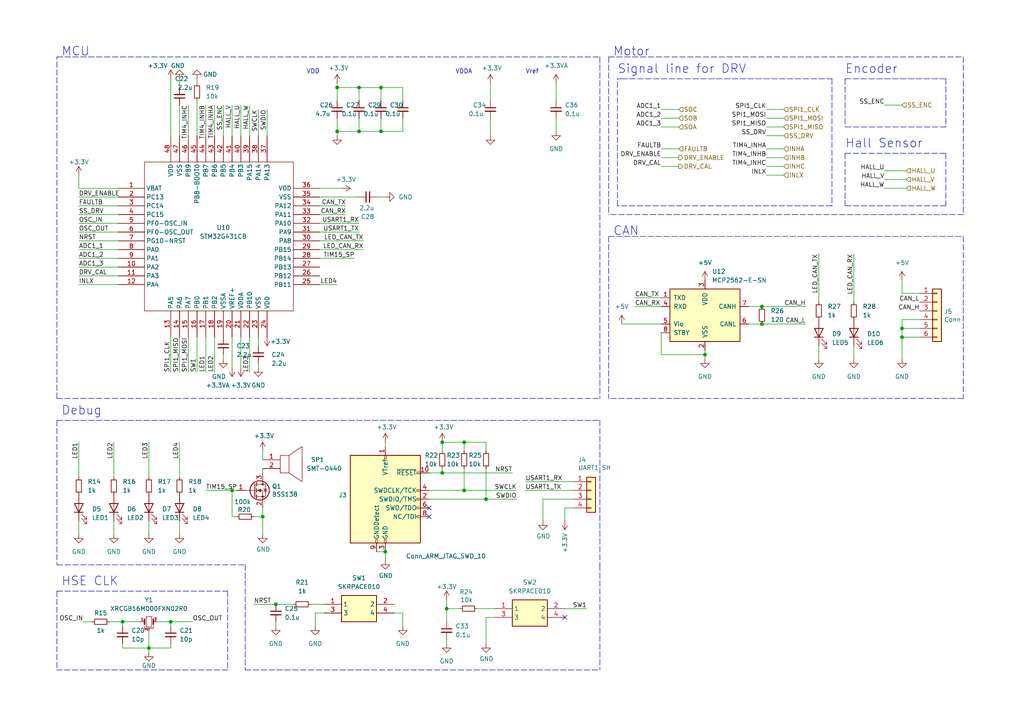
<source format=kicad_sch>
(kicad_sch (version 20211123) (generator eeschema)
  (paper "A4")
  (lib_symbols
    (symbol "Connector:Conn_ARM_JTAG_SWD_10" (pin_names (offset 1.016))
      (property "Reference" "J" (at -2.54 16.51 0))
      (property "Value" "Conn_ARM_JTAG_SWD_10" (at -2.54 13.97 0))
      (symbol "Conn_ARM_JTAG_SWD_10_0_1"
        (rectangle (start -10.16 12.7) (end 10.16 -12.7) (stroke (width 0.254)) (fill (type background)))
        (rectangle (start -2.794 -12.7) (end -2.286 -11.684))
        (rectangle (start -0.254 -12.7) (end 0.254 -11.684))
        (rectangle (start -0.254 12.7) (end 0.254 11.684))
        (rectangle (start 9.144 2.286) (end 10.16 2.794))
        (rectangle (start 10.16 -2.794) (end 9.144 -2.286))
        (rectangle (start 10.16 -0.254) (end 9.144 0.254))
        (rectangle (start 10.16 7.874) (end 9.144 7.366))
      )
      (symbol "Conn_ARM_JTAG_SWD_10_1_1"
        (rectangle (start 9.144 -5.334) (end 10.16 -4.826))
        (pin power_in line (at 0 15.24 270) (length 2.54) (name "VTref") (number "1"))
        (pin open_collector line (at 12.7 7.62 180) (length 2.54) (name "~{RESET}") (number "10"))
        (pin bidirectional line (at 12.7 0 180) (length 2.54) (name "SWDIO/TMS") (number "2"))
        (pin power_in line (at 0 -15.24 90) (length 2.54) (name "GND") (number "3"))
        (pin output line (at 12.7 2.54 180) (length 2.54) (name "SWDCLK/TCK") (number "4"))
        (pin passive line (at 0 -15.24 90) (length 2.54) hide (name "GND") (number "5"))
        (pin input line (at 12.7 -2.54 180) (length 2.54) (name "SWO/TDO") (number "6"))
        (pin no_connect line (at -10.16 0 0) (length 2.54) hide (name "KEY") (number "7"))
        (pin output line (at 12.7 -5.08 180) (length 2.54) (name "NC/TDI") (number "8"))
        (pin passive line (at -2.54 -15.24 90) (length 2.54) (name "GNDDetect") (number "9"))
      )
    )
    (symbol "Connector_Generic:Conn_01x04" (pin_names (offset 1.016) hide)
      (property "Reference" "J" (at 0 5.08 0))
      (property "Value" "Conn_01x04" (at 0 -7.62 0))
      (symbol "Conn_01x04_1_1"
        (rectangle (start -1.27 -4.953) (end 0 -5.207) (stroke (width 0.1524)))
        (rectangle (start -1.27 -2.413) (end 0 -2.667) (stroke (width 0.1524)))
        (rectangle (start -1.27 0.127) (end 0 -0.127) (stroke (width 0.1524)))
        (rectangle (start -1.27 2.667) (end 0 2.413) (stroke (width 0.1524)))
        (rectangle (start -1.27 3.81) (end 1.27 -6.35) (stroke (width 0.254)) (fill (type background)))
        (pin passive line (at -5.08 2.54 0) (length 3.81) (name "Pin_1") (number "1"))
        (pin passive line (at -5.08 0 0) (length 3.81) (name "Pin_2") (number "2"))
        (pin passive line (at -5.08 -2.54 0) (length 3.81) (name "Pin_3") (number "3"))
        (pin passive line (at -5.08 -5.08 0) (length 3.81) (name "Pin_4") (number "4"))
      )
    )
    (symbol "Connector_Generic:Conn_01x06" (pin_names (offset 1.016) hide)
      (property "Reference" "J" (at 0 7.62 0))
      (property "Value" "Conn_01x06" (at 0 -10.16 0))
      (symbol "Conn_01x06_1_1"
        (rectangle (start -1.27 -7.493) (end 0 -7.747) (stroke (width 0.1524)))
        (rectangle (start -1.27 -4.953) (end 0 -5.207) (stroke (width 0.1524)))
        (rectangle (start -1.27 -2.413) (end 0 -2.667) (stroke (width 0.1524)))
        (rectangle (start -1.27 0.127) (end 0 -0.127) (stroke (width 0.1524)))
        (rectangle (start -1.27 2.667) (end 0 2.413) (stroke (width 0.1524)))
        (rectangle (start -1.27 5.207) (end 0 4.953) (stroke (width 0.1524)))
        (rectangle (start -1.27 6.35) (end 1.27 -8.89) (stroke (width 0.254)) (fill (type background)))
        (pin passive line (at -5.08 5.08 0) (length 3.81) (name "Pin_1") (number "1"))
        (pin passive line (at -5.08 2.54 0) (length 3.81) (name "Pin_2") (number "2"))
        (pin passive line (at -5.08 0 0) (length 3.81) (name "Pin_3") (number "3"))
        (pin passive line (at -5.08 -2.54 0) (length 3.81) (name "Pin_4") (number "4"))
        (pin passive line (at -5.08 -5.08 0) (length 3.81) (name "Pin_5") (number "5"))
        (pin passive line (at -5.08 -7.62 0) (length 3.81) (name "Pin_6") (number "6"))
      )
    )
    (symbol "Device:C_Small" (pin_numbers hide) (pin_names (offset 0.254) hide)
      (property "Reference" "C" (at 0.254 1.778 0))
      (property "Value" "C_Small" (at 0.254 -2.032 0))
      (symbol "C_Small_0_1"
        (polyline (pts (xy -1.524 -0.508) (xy 1.524 -0.508)) (stroke (width 0.3302)))
        (polyline (pts (xy -1.524 0.508) (xy 1.524 0.508)) (stroke (width 0.3048)))
      )
      (symbol "C_Small_1_1"
        (pin passive line (at 0 2.54 270) (length 2.032) (name "~") (number "1"))
        (pin passive line (at 0 -2.54 90) (length 2.032) (name "~") (number "2"))
      )
    )
    (symbol "Device:Crystal_GND2_Small" (pin_names (offset 1.016) hide)
      (property "Reference" "Y" (at 0 5.08 0))
      (property "Value" "Crystal_GND2_Small" (at 0 3.175 0))
      (symbol "Crystal_GND2_Small_0_1"
        (rectangle (start -0.762 -1.524) (end 0.762 1.524))
        (polyline (pts (xy -1.27 -0.762) (xy -1.27 0.762)) (stroke (width 0.381)))
        (polyline (pts (xy 1.27 -0.762) (xy 1.27 0.762)) (stroke (width 0.381)))
        (polyline (pts (xy -1.27 -1.27) (xy -1.27 -1.905) (xy 1.27 -1.905) (xy 1.27 -1.27)))
      )
      (symbol "Crystal_GND2_Small_1_1"
        (pin passive line (at -2.54 0 0) (length 1.27) (name "1") (number "1"))
        (pin passive line (at 0 -2.54 90) (length 0.635) (name "2") (number "2"))
        (pin passive line (at 2.54 0 180) (length 1.27) (name "3") (number "3"))
      )
    )
    (symbol "Device:LED" (pin_numbers hide) (pin_names (offset 1.016) hide)
      (property "Reference" "D" (at 0 2.54 0))
      (property "Value" "LED" (at 0 -2.54 0))
      (symbol "LED_0_1"
        (polyline (pts (xy -1.27 -1.27) (xy -1.27 1.27)) (stroke (width 0.254)))
        (polyline (pts (xy -1.27 0) (xy 1.27 0)))
        (polyline (pts (xy 1.27 -1.27) (xy 1.27 1.27) (xy -1.27 0) (xy 1.27 -1.27)) (stroke (width 0.254)))
        (polyline (pts (xy -3.048 -0.762) (xy -4.572 -2.286) (xy -3.81 -2.286) (xy -4.572 -2.286) (xy -4.572 -1.524)))
        (polyline (pts (xy -1.778 -0.762) (xy -3.302 -2.286) (xy -2.54 -2.286) (xy -3.302 -2.286) (xy -3.302 -1.524)))
      )
      (symbol "LED_1_1"
        (pin passive line (at -3.81 0 0) (length 2.54) (name "K") (number "1"))
        (pin passive line (at 3.81 0 180) (length 2.54) (name "A") (number "2"))
      )
    )
    (symbol "Device:R_Small" (pin_numbers hide) (pin_names (offset 0.254) hide)
      (property "Reference" "R" (at 0.762 0.508 0))
      (property "Value" "R_Small" (at 0.762 -1.016 0))
      (symbol "R_Small_0_1"
        (rectangle (start -0.762 1.778) (end 0.762 -1.778) (stroke (width 0.2032)))
      )
      (symbol "R_Small_1_1"
        (pin passive line (at 0 2.54 270) (length 0.762) (name "~") (number "1"))
        (pin passive line (at 0 -2.54 90) (length 0.762) (name "~") (number "2"))
      )
    )
    (symbol "Interface_CAN_LIN:MCP2562-E-SN" (pin_names (offset 1.016))
      (property "Reference" "U" (at -10.16 8.89 0))
      (property "Value" "MCP2562-E-SN" (at 2.54 8.89 0))
      (symbol "MCP2562-E-SN_0_1"
        (rectangle (start -10.16 7.62) (end 10.16 -7.62) (stroke (width 0.254)) (fill (type background)))
      )
      (symbol "MCP2562-E-SN_1_1"
        (pin input line (at -12.7 5.08 0) (length 2.54) (name "TXD") (number "1"))
        (pin power_in line (at 0 -10.16 90) (length 2.54) (name "VSS") (number "2"))
        (pin power_in line (at 0 10.16 270) (length 2.54) (name "VDD") (number "3"))
        (pin output line (at -12.7 2.54 0) (length 2.54) (name "RXD") (number "4"))
        (pin power_in line (at -12.7 -2.54 0) (length 2.54) (name "Vio") (number "5"))
        (pin bidirectional line (at 12.7 -2.54 180) (length 2.54) (name "CANL") (number "6"))
        (pin bidirectional line (at 12.7 2.54 180) (length 2.54) (name "CANH") (number "7"))
        (pin input line (at -12.7 -5.08 0) (length 2.54) (name "STBY") (number "8"))
      )
    )
    (symbol "My_Device:SMT-0440" (pin_names (offset 1.016))
      (property "Reference" "BUZ1" (at 3.81 5.08 0))
      (property "Value" "My_Device_SMT-0440" (at 3.81 -8.89 0))
      (symbol "SMT-0440_0_1"
        (polyline (pts (xy 2.54 0) (xy 6.35 2.54) (xy 6.35 -7.62) (xy 2.54 -5.08)))
        (rectangle (start 0 0) (end 2.54 -5.08))
      )
      (symbol "SMT-0440_1_1"
        (pin input line (at -5.08 -1.27 0) (length 5.08) (name "~") (number "1"))
        (pin input line (at -5.08 -3.81 0) (length 5.08) (name "~") (number "2"))
      )
    )
    (symbol "Transistor_FET:BSS138" (pin_names hide)
      (property "Reference" "Q" (at 5.08 1.905 0))
      (property "Value" "BSS138" (at 5.08 0 0))
      (symbol "BSS138_0_1"
        (polyline (pts (xy 0.254 0) (xy -2.54 0)))
        (polyline (pts (xy 0.254 1.905) (xy 0.254 -1.905)) (stroke (width 0.254)))
        (polyline (pts (xy 0.762 -1.27) (xy 0.762 -2.286)) (stroke (width 0.254)))
        (polyline (pts (xy 0.762 0.508) (xy 0.762 -0.508)) (stroke (width 0.254)))
        (polyline (pts (xy 0.762 2.286) (xy 0.762 1.27)) (stroke (width 0.254)))
        (polyline (pts (xy 2.54 2.54) (xy 2.54 1.778)))
        (polyline (pts (xy 2.54 -2.54) (xy 2.54 0) (xy 0.762 0)))
        (polyline (pts (xy 0.762 -1.778) (xy 3.302 -1.778) (xy 3.302 1.778) (xy 0.762 1.778)))
        (polyline (pts (xy 1.016 0) (xy 2.032 0.381) (xy 2.032 -0.381) (xy 1.016 0)) (fill (type outline)))
        (polyline (pts (xy 2.794 0.508) (xy 2.921 0.381) (xy 3.683 0.381) (xy 3.81 0.254)))
        (polyline (pts (xy 3.302 0.381) (xy 2.921 -0.254) (xy 3.683 -0.254) (xy 3.302 0.381)))
        (circle (center 1.651 0) (radius 2.794) (stroke (width 0.254)))
        (circle (center 2.54 -1.778) (radius 0.254) (fill (type outline)))
        (circle (center 2.54 1.778) (radius 0.254) (fill (type outline)))
      )
      (symbol "BSS138_1_1"
        (pin input line (at -5.08 0 0) (length 2.54) (name "G") (number "1"))
        (pin passive line (at 2.54 -5.08 90) (length 2.54) (name "S") (number "2"))
        (pin passive line (at 2.54 5.08 270) (length 2.54) (name "D") (number "3"))
      )
    )
    (symbol "bldc_lib:SKRPACE010"
      (property "Value" "SKRPACE010" (at 10.16 3.81 0))
      (symbol "SKRPACE010_1_1"
        (rectangle (start 5.08 2.54) (end 15.24 -5.08) (stroke (width 0.254)) (fill (type background)))
        (pin passive line (at 0 0 0) (length 5.08) (name "1") (number "1"))
        (pin passive line (at 20.32 0 180) (length 5.08) (name "2") (number "2"))
        (pin passive line (at 0 -2.54 0) (length 5.08) (name "3") (number "3"))
        (pin passive line (at 20.32 -2.54 180) (length 5.08) (name "4") (number "4"))
      )
    )
    (symbol "bldc_lib:STM32G431CB"
      (property "Reference" "U" (at 0 0 0))
      (property "Value" "STM32G431CB" (at 0 -2.54 0))
      (symbol "STM32G431CB_0_1"
        (rectangle (start -21.59 21.59) (end 21.59 -21.59))
      )
      (symbol "STM32G431CB_1_1"
        (pin input line (at -29.21 13.97 0) (length 7.62) (name "VBAT") (number "1"))
        (pin input line (at -29.21 -8.89 0) (length 7.62) (name "PA2") (number "10"))
        (pin input line (at -29.21 -11.43 0) (length 7.62) (name "PA3") (number "11"))
        (pin input line (at -29.21 -13.97 0) (length 7.62) (name "PA4") (number "12"))
        (pin input line (at -13.97 -29.21 90) (length 7.62) (name "PA5") (number "13"))
        (pin input line (at -11.43 -29.21 90) (length 7.62) (name "PA6") (number "14"))
        (pin input line (at -8.89 -29.21 90) (length 7.62) (name "PA7") (number "15"))
        (pin input line (at -6.35 -29.21 90) (length 7.62) (name "PB0") (number "16"))
        (pin input line (at -3.81 -29.21 90) (length 7.62) (name "PB1") (number "17"))
        (pin input line (at -1.27 -29.21 90) (length 7.62) (name "PB2") (number "18"))
        (pin input line (at 1.27 -29.21 90) (length 7.62) (name "VSSA") (number "19"))
        (pin input line (at -29.21 11.43 0) (length 7.62) (name "PC13") (number "2"))
        (pin input line (at 3.81 -29.21 90) (length 7.62) (name "VREF+") (number "20"))
        (pin input line (at 6.35 -29.21 90) (length 7.62) (name "VDDA") (number "21"))
        (pin input line (at 8.89 -29.21 90) (length 7.62) (name "PB10") (number "22"))
        (pin input line (at 11.43 -29.21 90) (length 7.62) (name "VSS") (number "23"))
        (pin input line (at 13.97 -29.21 90) (length 7.62) (name "VDD") (number "24"))
        (pin input line (at 29.21 -13.97 180) (length 7.62) (name "PB11") (number "25"))
        (pin input line (at 29.21 -11.43 180) (length 7.62) (name "PB12") (number "26"))
        (pin input line (at 29.21 -8.89 180) (length 7.62) (name "PB13") (number "27"))
        (pin input line (at 29.21 -6.35 180) (length 7.62) (name "PB14") (number "28"))
        (pin input line (at 29.21 -3.81 180) (length 7.62) (name "PB15") (number "29"))
        (pin input line (at -29.21 8.89 0) (length 7.62) (name "PC14") (number "3"))
        (pin input line (at 29.21 -1.27 180) (length 7.62) (name "PA8") (number "30"))
        (pin input line (at 29.21 1.27 180) (length 7.62) (name "PA9") (number "31"))
        (pin input line (at 29.21 3.81 180) (length 7.62) (name "PA10") (number "32"))
        (pin input line (at 29.21 6.35 180) (length 7.62) (name "PA11") (number "33"))
        (pin input line (at 29.21 8.89 180) (length 7.62) (name "PA12") (number "34"))
        (pin input line (at 29.21 11.43 180) (length 7.62) (name "VSS") (number "35"))
        (pin input line (at 29.21 13.97 180) (length 7.62) (name "VDD") (number "36"))
        (pin input line (at 13.97 29.21 270) (length 7.62) (name "PA13") (number "37"))
        (pin input line (at 11.43 29.21 270) (length 7.62) (name "PA14") (number "38"))
        (pin input line (at 8.89 29.21 270) (length 7.62) (name "PA15") (number "39"))
        (pin input line (at -29.21 6.35 0) (length 7.62) (name "PC15") (number "4"))
        (pin input line (at 6.35 29.21 270) (length 7.62) (name "PB3") (number "40"))
        (pin input line (at 3.81 29.21 270) (length 7.62) (name "PB4") (number "41"))
        (pin input line (at 1.27 29.21 270) (length 7.62) (name "PB5") (number "42"))
        (pin input line (at -1.27 29.21 270) (length 7.62) (name "PB6") (number "43"))
        (pin input line (at -3.81 29.21 270) (length 7.62) (name "PB7") (number "44"))
        (pin input line (at -6.35 29.21 270) (length 7.62) (name "PB8-BOOT0") (number "45"))
        (pin input line (at -8.89 29.21 270) (length 7.62) (name "PB9") (number "46"))
        (pin input line (at -11.43 29.21 270) (length 7.62) (name "VSS") (number "47"))
        (pin input line (at -13.97 29.21 270) (length 7.62) (name "VDD") (number "48"))
        (pin input line (at -29.21 3.81 0) (length 7.62) (name "PF0-OSC_IN") (number "5"))
        (pin input line (at -29.21 1.27 0) (length 7.62) (name "PF0-OSC_OUT") (number "6"))
        (pin input line (at -29.21 -1.27 0) (length 7.62) (name "PG10-NRST") (number "7"))
        (pin input line (at -29.21 -3.81 0) (length 7.62) (name "PA0") (number "8"))
        (pin input line (at -29.21 -6.35 0) (length 7.62) (name "PA1") (number "9"))
      )
    )
    (symbol "power:+3.3V" (power) (pin_names (offset 0))
      (property "Value" "+3.3V" (at 0 3.556 0))
      (symbol "+3.3V_0_1"
        (polyline (pts (xy -0.762 1.27) (xy 0 2.54)))
        (polyline (pts (xy 0 0) (xy 0 2.54)))
        (polyline (pts (xy 0 2.54) (xy 0.762 1.27)))
      )
      (symbol "+3.3V_1_1"
        (pin power_in line (at 0 0 90) (length 0) hide (name "+3.3V") (number "1"))
      )
    )
    (symbol "power:+3.3VA" (power) (pin_names (offset 0))
      (property "Value" "+3.3VA" (at 0 3.556 0))
      (symbol "+3.3VA_0_1"
        (polyline (pts (xy -0.762 1.27) (xy 0 2.54)))
        (polyline (pts (xy 0 0) (xy 0 2.54)))
        (polyline (pts (xy 0 2.54) (xy 0.762 1.27)))
      )
      (symbol "+3.3VA_1_1"
        (pin power_in line (at 0 0 90) (length 0) hide (name "+3.3VA") (number "1"))
      )
    )
    (symbol "power:+5V" (power) (pin_names (offset 0))
      (property "Value" "+5V" (at 0 3.556 0))
      (symbol "+5V_0_1"
        (polyline (pts (xy -0.762 1.27) (xy 0 2.54)))
        (polyline (pts (xy 0 0) (xy 0 2.54)))
        (polyline (pts (xy 0 2.54) (xy 0.762 1.27)))
      )
      (symbol "+5V_1_1"
        (pin power_in line (at 0 0 90) (length 0) hide (name "+5V") (number "1"))
      )
    )
    (symbol "power:GND" (power) (pin_names (offset 0))
      (property "Value" "GND" (at 0 -3.81 0))
      (symbol "GND_0_1"
        (polyline (pts (xy 0 0) (xy 0 -1.27) (xy 1.27 -1.27) (xy 0 -2.54) (xy -1.27 -1.27) (xy 0 -1.27)))
      )
      (symbol "GND_1_1"
        (pin power_in line (at 0 0 270) (length 0) hide (name "GND") (number "1"))
      )
    )
  )
  (junction (at 140.97 144.78))
  (junction (at 104.14 38.1))
  (junction (at 76.2 149.86))
  (junction (at 97.79 38.1))
  (junction (at 80.01 175.26))
  (junction (at 261.62 95.25))
  (junction (at 129.54 176.53))
  (junction (at 49.53 180.34))
  (junction (at 111.76 160.02))
  (junction (at 128.27 137.16))
  (junction (at 134.62 142.24))
  (junction (at 128.27 128.27))
  (junction (at 110.49 38.1))
  (junction (at 97.79 25.4))
  (junction (at 104.14 25.4))
  (junction (at 43.18 187.96))
  (junction (at 110.49 25.4))
  (junction (at 220.98 88.9))
  (junction (at 261.62 97.79))
  (junction (at 67.31 142.24))
  (junction (at 220.98 93.98))
  (junction (at 134.62 128.27))
  (junction (at 204.47 102.87))
  (junction (at 35.56 180.34))
  (no_connect (at 124.46 149.86))
  (no_connect (at 124.46 147.32))
  (no_connect (at 163.83 179.07))
  (polyline (pts (xy 176.53 16.51) (xy 176.53 62.23)))
  (wire (pts (xy 92.71 57.15) (xy 104.14 57.15)))
  (wire (pts (xy 80.01 180.34) (xy 80.01 181.61)))
  (wire (pts (xy 140.97 186.69) (xy 140.97 179.07)))
  (wire (pts (xy 222.25 39.37) (xy 227.33 39.37)))
  (wire (pts (xy 204.47 102.87) (xy 204.47 104.14)))
  (polyline (pts (xy 245.11 44.45) (xy 274.32 44.45)))
  (polyline (pts (xy 180.34 22.86) (xy 241.3 22.86)))
  (polyline (pts (xy 279.4 115.57) (xy 176.53 115.57)))
  (wire (pts (xy 124.46 144.78) (xy 140.97 144.78)))
  (polyline (pts (xy 279.4 16.51) (xy 279.4 62.23)))
  (polyline (pts (xy 16.51 171.45) (xy 66.04 171.45)))
  (wire (pts (xy 247.65 100.33) (xy 247.65 104.14)))
  (wire (pts (xy 111.76 162.56) (xy 111.76 160.02)))
  (wire (pts (xy 140.97 128.27) (xy 134.62 128.27)))
  (wire (pts (xy 97.79 34.29) (xy 97.79 38.1)))
  (polyline (pts (xy 173.99 121.92) (xy 173.99 163.83)))
  (wire (pts (xy 237.49 73.66) (xy 237.49 87.63)))
  (wire (pts (xy 261.62 97.79) (xy 266.7 97.79)))
  (wire (pts (xy 97.79 38.1) (xy 104.14 38.1)))
  (wire (pts (xy 233.68 88.9) (xy 220.98 88.9)))
  (wire (pts (xy 45.72 180.34) (xy 49.53 180.34)))
  (wire (pts (xy 54.61 30.48) (xy 54.61 39.37)))
  (wire (pts (xy 105.41 72.39) (xy 92.71 72.39)))
  (wire (pts (xy 191.77 48.26) (xy 196.85 48.26)))
  (wire (pts (xy 22.86 62.23) (xy 34.29 62.23)))
  (wire (pts (xy 52.07 25.4) (xy 52.07 22.86)))
  (wire (pts (xy 64.77 102.87) (xy 64.77 104.14)))
  (wire (pts (xy 74.93 97.79) (xy 74.93 100.33)))
  (wire (pts (xy 52.07 30.48) (xy 52.07 39.37)))
  (wire (pts (xy 222.25 34.29) (xy 227.33 34.29)))
  (wire (pts (xy 22.86 74.93) (xy 34.29 74.93)))
  (wire (pts (xy 49.53 107.95) (xy 49.53 97.79)))
  (wire (pts (xy 166.37 147.32) (xy 163.83 147.32)))
  (wire (pts (xy 43.18 128.27) (xy 43.18 138.43)))
  (wire (pts (xy 116.84 34.29) (xy 116.84 38.1)))
  (wire (pts (xy 140.97 144.78) (xy 149.86 144.78)))
  (polyline (pts (xy 179.07 22.86) (xy 180.34 22.86)))
  (wire (pts (xy 97.79 25.4) (xy 104.14 25.4)))
  (wire (pts (xy 76.2 130.81) (xy 76.2 133.35)))
  (polyline (pts (xy 176.53 68.58) (xy 279.4 68.58)))
  (wire (pts (xy 100.33 62.23) (xy 92.71 62.23)))
  (wire (pts (xy 261.62 92.71) (xy 266.7 92.71)))
  (wire (pts (xy 97.79 25.4) (xy 97.79 24.13)))
  (wire (pts (xy 49.53 186.69) (xy 49.53 187.96)))
  (wire (pts (xy 134.62 142.24) (xy 149.86 142.24)))
  (wire (pts (xy 124.46 137.16) (xy 128.27 137.16)))
  (wire (pts (xy 40.64 180.34) (xy 35.56 180.34)))
  (wire (pts (xy 67.31 30.48) (xy 67.31 39.37)))
  (polyline (pts (xy 16.51 121.92) (xy 16.51 163.83)))
  (wire (pts (xy 220.98 93.98) (xy 217.17 93.98)))
  (polyline (pts (xy 16.51 121.92) (xy 173.99 121.92)))
  (wire (pts (xy 62.23 107.95) (xy 62.23 97.79)))
  (wire (pts (xy 191.77 34.29) (xy 196.85 34.29)))
  (wire (pts (xy 73.66 175.26) (xy 80.01 175.26)))
  (wire (pts (xy 67.31 106.68) (xy 67.31 97.79)))
  (wire (pts (xy 111.76 128.27) (xy 111.76 129.54)))
  (polyline (pts (xy 173.99 163.83) (xy 173.99 163.83)))
  (wire (pts (xy 69.85 30.48) (xy 69.85 39.37)))
  (wire (pts (xy 97.79 25.4) (xy 97.79 29.21)))
  (wire (pts (xy 35.56 186.69) (xy 35.56 187.96)))
  (wire (pts (xy 222.25 48.26) (xy 227.33 48.26)))
  (wire (pts (xy 22.86 80.01) (xy 34.29 80.01)))
  (wire (pts (xy 110.49 25.4) (xy 110.49 29.21)))
  (polyline (pts (xy 241.3 59.69) (xy 179.07 59.69)))
  (wire (pts (xy 222.25 45.72) (xy 227.33 45.72)))
  (wire (pts (xy 129.54 173.99) (xy 129.54 176.53)))
  (wire (pts (xy 22.86 67.31) (xy 34.29 67.31)))
  (wire (pts (xy 170.18 176.53) (xy 163.83 176.53)))
  (polyline (pts (xy 16.51 171.45) (xy 16.51 194.31)))
  (polyline (pts (xy 245.11 22.86) (xy 274.32 22.86)))
  (wire (pts (xy 22.86 151.13) (xy 22.86 154.94)))
  (wire (pts (xy 69.85 106.68) (xy 69.85 97.79)))
  (wire (pts (xy 157.48 144.78) (xy 157.48 151.13)))
  (wire (pts (xy 57.15 97.79) (xy 57.15 107.95)))
  (polyline (pts (xy 241.3 22.86) (xy 241.3 59.69)))
  (wire (pts (xy 166.37 144.78) (xy 157.48 144.78)))
  (wire (pts (xy 261.62 92.71) (xy 261.62 95.25)))
  (wire (pts (xy 128.27 137.16) (xy 148.59 137.16)))
  (wire (pts (xy 104.14 25.4) (xy 110.49 25.4)))
  (wire (pts (xy 59.69 142.24) (xy 67.31 142.24)))
  (wire (pts (xy 261.62 97.79) (xy 261.62 104.14)))
  (wire (pts (xy 91.44 181.61) (xy 91.44 177.8)))
  (wire (pts (xy 33.02 151.13) (xy 33.02 154.94)))
  (wire (pts (xy 22.86 64.77) (xy 34.29 64.77)))
  (wire (pts (xy 72.39 97.79) (xy 72.39 107.95)))
  (polyline (pts (xy 274.32 36.83) (xy 245.11 36.83)))
  (polyline (pts (xy 279.4 68.58) (xy 279.4 115.57)))
  (wire (pts (xy 256.54 54.61) (xy 262.89 54.61)))
  (polyline (pts (xy 274.32 22.86) (xy 274.32 36.83)))
  (wire (pts (xy 34.29 69.85) (xy 22.86 69.85)))
  (wire (pts (xy 256.54 52.07) (xy 262.89 52.07)))
  (wire (pts (xy 110.49 25.4) (xy 116.84 25.4)))
  (wire (pts (xy 128.27 135.89) (xy 128.27 137.16)))
  (wire (pts (xy 116.84 25.4) (xy 116.84 29.21)))
  (wire (pts (xy 191.77 36.83) (xy 196.85 36.83)))
  (wire (pts (xy 166.37 139.7) (xy 152.4 139.7)))
  (wire (pts (xy 191.77 43.18) (xy 196.85 43.18)))
  (wire (pts (xy 64.77 30.48) (xy 64.77 39.37)))
  (polyline (pts (xy 176.53 68.58) (xy 176.53 115.57)))
  (wire (pts (xy 31.75 180.34) (xy 35.56 180.34)))
  (wire (pts (xy 100.33 59.69) (xy 92.71 59.69)))
  (wire (pts (xy 104.14 38.1) (xy 110.49 38.1)))
  (wire (pts (xy 237.49 100.33) (xy 237.49 104.14)))
  (wire (pts (xy 62.23 30.48) (xy 62.23 39.37)))
  (wire (pts (xy 57.15 29.21) (xy 57.15 39.37)))
  (wire (pts (xy 256.54 49.53) (xy 262.89 49.53)))
  (wire (pts (xy 191.77 102.87) (xy 204.47 102.87)))
  (wire (pts (xy 222.25 36.83) (xy 227.33 36.83)))
  (wire (pts (xy 138.43 176.53) (xy 143.51 176.53)))
  (wire (pts (xy 124.46 142.24) (xy 134.62 142.24)))
  (polyline (pts (xy 71.12 163.83) (xy 71.12 194.31)))
  (wire (pts (xy 80.01 175.26) (xy 85.09 175.26)))
  (polyline (pts (xy 179.07 59.69) (xy 179.07 22.86)))
  (wire (pts (xy 92.71 54.61) (xy 99.06 54.61)))
  (wire (pts (xy 22.86 128.27) (xy 22.86 138.43)))
  (wire (pts (xy 76.2 149.86) (xy 76.2 154.94)))
  (wire (pts (xy 220.98 88.9) (xy 217.17 88.9)))
  (wire (pts (xy 109.22 57.15) (xy 111.76 57.15)))
  (wire (pts (xy 161.29 24.13) (xy 161.29 29.21)))
  (wire (pts (xy 180.34 93.98) (xy 191.77 93.98)))
  (wire (pts (xy 191.77 45.72) (xy 196.85 45.72)))
  (wire (pts (xy 57.15 22.86) (xy 57.15 24.13)))
  (wire (pts (xy 247.65 73.66) (xy 247.65 87.63)))
  (wire (pts (xy 22.86 77.47) (xy 34.29 77.47)))
  (wire (pts (xy 35.56 187.96) (xy 43.18 187.96)))
  (polyline (pts (xy 16.51 16.51) (xy 173.99 16.51)))
  (wire (pts (xy 110.49 34.29) (xy 110.49 38.1)))
  (wire (pts (xy 104.14 64.77) (xy 92.71 64.77)))
  (polyline (pts (xy 173.99 16.51) (xy 173.99 115.57)))
  (wire (pts (xy 49.53 180.34) (xy 49.53 181.61)))
  (wire (pts (xy 104.14 67.31) (xy 92.71 67.31)))
  (wire (pts (xy 105.41 69.85) (xy 92.71 69.85)))
  (wire (pts (xy 142.24 24.13) (xy 142.24 29.21)))
  (wire (pts (xy 104.14 34.29) (xy 104.14 38.1)))
  (wire (pts (xy 43.18 187.96) (xy 49.53 187.96)))
  (wire (pts (xy 49.53 180.34) (xy 55.88 180.34)))
  (wire (pts (xy 140.97 130.81) (xy 140.97 128.27)))
  (polyline (pts (xy 173.99 163.83) (xy 173.99 194.31)))
  (wire (pts (xy 49.53 22.86) (xy 49.53 39.37)))
  (polyline (pts (xy 274.32 59.69) (xy 245.11 59.69)))
  (wire (pts (xy 67.31 149.86) (xy 67.31 142.24)))
  (wire (pts (xy 161.29 34.29) (xy 161.29 38.1)))
  (wire (pts (xy 43.18 182.88) (xy 43.18 187.96)))
  (polyline (pts (xy 16.51 163.83) (xy 71.12 163.83)))
  (wire (pts (xy 128.27 128.27) (xy 128.27 130.81)))
  (wire (pts (xy 261.62 95.25) (xy 266.7 95.25)))
  (wire (pts (xy 184.15 88.9) (xy 191.77 88.9)))
  (wire (pts (xy 102.87 74.93) (xy 92.71 74.93)))
  (wire (pts (xy 261.62 95.25) (xy 261.62 97.79)))
  (wire (pts (xy 134.62 128.27) (xy 128.27 128.27)))
  (wire (pts (xy 111.76 160.02) (xy 109.22 160.02)))
  (wire (pts (xy 91.44 177.8) (xy 93.98 177.8)))
  (polyline (pts (xy 71.12 194.31) (xy 173.99 194.31)))
  (wire (pts (xy 76.2 135.89) (xy 76.2 137.16)))
  (wire (pts (xy 104.14 25.4) (xy 104.14 29.21)))
  (polyline (pts (xy 16.51 115.57) (xy 16.51 16.51)))
  (wire (pts (xy 191.77 96.52) (xy 191.77 102.87)))
  (wire (pts (xy 52.07 128.27) (xy 52.07 138.43)))
  (polyline (pts (xy 245.11 44.45) (xy 245.11 59.69)))
  (wire (pts (xy 77.47 31.75) (xy 77.47 39.37)))
  (wire (pts (xy 22.86 50.8) (xy 22.86 54.61)))
  (wire (pts (xy 261.62 85.09) (xy 261.62 81.28)))
  (wire (pts (xy 90.17 175.26) (xy 93.98 175.26)))
  (polyline (pts (xy 66.04 171.45) (xy 66.04 194.31)))
  (wire (pts (xy 129.54 185.42) (xy 129.54 186.69)))
  (wire (pts (xy 67.31 142.24) (xy 68.58 142.24)))
  (wire (pts (xy 74.93 105.41) (xy 74.93 106.68)))
  (wire (pts (xy 233.68 93.98) (xy 220.98 93.98)))
  (wire (pts (xy 43.18 187.96) (xy 43.18 189.23)))
  (polyline (pts (xy 245.11 22.86) (xy 245.11 36.83)))
  (wire (pts (xy 204.47 101.6) (xy 204.47 102.87)))
  (polyline (pts (xy 176.53 16.51) (xy 279.4 16.51)))
  (wire (pts (xy 22.86 82.55) (xy 34.29 82.55)))
  (wire (pts (xy 261.62 85.09) (xy 266.7 85.09)))
  (wire (pts (xy 54.61 107.95) (xy 54.61 97.79)))
  (wire (pts (xy 22.86 59.69) (xy 34.29 59.69)))
  (wire (pts (xy 222.25 43.18) (xy 227.33 43.18)))
  (wire (pts (xy 59.69 107.95) (xy 59.69 97.79)))
  (wire (pts (xy 73.66 149.86) (xy 76.2 149.86)))
  (wire (pts (xy 76.2 147.32) (xy 76.2 149.86)))
  (wire (pts (xy 52.07 107.95) (xy 52.07 97.79)))
  (wire (pts (xy 140.97 179.07) (xy 143.51 179.07)))
  (wire (pts (xy 191.77 31.75) (xy 196.85 31.75)))
  (wire (pts (xy 97.79 38.1) (xy 97.79 39.37)))
  (wire (pts (xy 256.54 30.48) (xy 261.62 30.48)))
  (wire (pts (xy 134.62 130.81) (xy 134.62 128.27)))
  (polyline (pts (xy 274.32 44.45) (xy 274.32 59.69)))
  (wire (pts (xy 116.84 181.61) (xy 116.84 177.8)))
  (polyline (pts (xy 66.04 194.31) (xy 16.51 194.31)))
  (wire (pts (xy 52.07 151.13) (xy 52.07 154.94)))
  (wire (pts (xy 72.39 30.48) (xy 72.39 39.37)))
  (wire (pts (xy 134.62 135.89) (xy 134.62 142.24)))
  (wire (pts (xy 166.37 142.24) (xy 152.4 142.24)))
  (wire (pts (xy 43.18 151.13) (xy 43.18 154.94)))
  (wire (pts (xy 129.54 176.53) (xy 133.35 176.53)))
  (wire (pts (xy 163.83 147.32) (xy 163.83 151.13)))
  (wire (pts (xy 22.86 57.15) (xy 34.29 57.15)))
  (wire (pts (xy 68.58 149.86) (xy 67.31 149.86)))
  (wire (pts (xy 184.15 86.36) (xy 191.77 86.36)))
  (wire (pts (xy 22.86 54.61) (xy 34.29 54.61)))
  (wire (pts (xy 129.54 176.53) (xy 129.54 180.34)))
  (wire (pts (xy 59.69 30.48) (xy 59.69 39.37)))
  (wire (pts (xy 22.86 72.39) (xy 34.29 72.39)))
  (wire (pts (xy 116.84 177.8) (xy 114.3 177.8)))
  (wire (pts (xy 35.56 180.34) (xy 35.56 181.61)))
  (wire (pts (xy 24.13 180.34) (xy 26.67 180.34)))
  (wire (pts (xy 97.79 82.55) (xy 92.71 82.55)))
  (wire (pts (xy 142.24 34.29) (xy 142.24 39.37)))
  (wire (pts (xy 74.93 31.75) (xy 74.93 39.37)))
  (wire (pts (xy 222.25 31.75) (xy 227.33 31.75)))
  (wire (pts (xy 33.02 128.27) (xy 33.02 138.43)))
  (wire (pts (xy 222.25 50.8) (xy 227.33 50.8)))
  (polyline (pts (xy 16.51 115.57) (xy 173.99 115.57)))
  (polyline (pts (xy 279.4 62.23) (xy 176.53 62.23)))
  (wire (pts (xy 110.49 38.1) (xy 116.84 38.1)))
  (wire (pts (xy 140.97 135.89) (xy 140.97 144.78)))
  (text "Motor" (at 177.8 16.51 0) (effects (font (size 2.54 2.54)) (justify left bottom)))
  (text "HSE CLK" (at 17.78 170.18 0) (effects (font (size 2.54 2.54)) (justify left bottom)))
  (text "MCU" (at 17.78 16.51 0) (effects (font (size 2.54 2.54)) (justify left bottom)))
  (text "CAN" (at 177.8 68.58 0) (effects (font (size 2.54 2.54)) (justify left bottom)))
  (text "Encoder" (at 245.11 21.59 0) (effects (font (size 2.54 2.54)) (justify left bottom)))
  (text "Signal line for DRV" (at 179.07 21.59 0) (effects (font (size 2.54 2.54)) (justify left bottom)))
  (text "Debug" (at 17.78 120.65 0) (effects (font (size 2.54 2.54)) (justify left bottom)))
  (text "VDD" (at 88.9 21.59 0) (effects (font (size 1.27 1.27)) (justify left bottom)))
  (text "Vref" (at 152.4 21.59 0) (effects (font (size 1.27 1.27)) (justify left bottom)))
  (text "VDDA" (at 132.08 21.59 0) (effects (font (size 1.27 1.27)) (justify left bottom)))
  (text "Hall Sensor" (at 245.11 43.18 0) (effects (font (size 2.54 2.54)) (justify left bottom)))
  (label "SPI1_MISO" (at 52.07 107.95 90))
  (label "DRV_CAL" (at 22.86 80.01 0))
  (label "LED_CAN_TX" (at 237.49 73.66 270))
  (label "SS_DRV" (at 22.86 62.23 0))
  (label "INLX" (at 22.86 82.55 0))
  (label "OSC_OUT" (at 22.86 67.31 0))
  (label "DRV_ENABLE" (at 22.86 57.15 0))
  (label "LED4" (at 97.79 82.55 180))
  (label "FAULTB" (at 191.77 43.18 180))
  (label "ADC1_2" (at 191.77 34.29 180))
  (label "TIM4_INHA" (at 222.25 43.18 180))
  (label "SS_ENC" (at 64.77 30.48 270))
  (label "HALL_W" (at 256.54 54.61 180))
  (label "USART1_RX" (at 152.4 139.7 0))
  (label "CAN_L" (at 233.68 93.98 180))
  (label "OSC_IN" (at 22.86 64.77 0))
  (label "SWCLK" (at 74.93 31.75 270))
  (label "LED_CAN_RX" (at 247.65 73.66 270))
  (label "SS_ENC" (at 256.54 30.48 180))
  (label "ADC1_3" (at 191.77 36.83 180))
  (label "SPI1_CLK" (at 222.25 31.75 180))
  (label "CAN_H" (at 233.68 88.9 180))
  (label "LED1" (at 59.69 107.95 90))
  (label "OSC_OUT" (at 55.88 180.34 0))
  (label "TIM15_SP" (at 102.87 74.93 180))
  (label "DRV_ENABLE" (at 191.77 45.72 180))
  (label "ADC1_1" (at 22.86 72.39 0))
  (label "SWDIO" (at 149.86 144.78 180))
  (label "SS_DRV" (at 222.25 39.37 180))
  (label "DRV_CAL" (at 191.77 48.26 180))
  (label "SPI1_MOSI" (at 222.25 34.29 180))
  (label "CAN_H" (at 266.7 90.17 180))
  (label "TIM4_INHC" (at 54.61 30.48 270))
  (label "SPI1_CLK" (at 49.53 107.95 90))
  (label "SW1" (at 57.15 107.95 90))
  (label "USART1_RX" (at 104.14 64.77 180))
  (label "TIM15_SP" (at 59.69 142.24 0))
  (label "OSC_IN" (at 24.13 180.34 180))
  (label "LED4" (at 52.07 128.27 270))
  (label "TIM4_INHB" (at 59.69 30.48 270))
  (label "LED2" (at 33.02 128.27 270))
  (label "CAN_TX" (at 100.33 59.69 180))
  (label "CAN_RX" (at 184.15 88.9 0))
  (label "NRST" (at 73.66 175.26 0))
  (label "SPI1_MOSI" (at 54.61 107.95 90))
  (label "TIM4_INHC" (at 222.25 48.26 180))
  (label "NRST" (at 22.86 69.85 0))
  (label "SWDIO" (at 77.47 31.75 270))
  (label "HALL_U" (at 69.85 30.48 270))
  (label "SW1" (at 170.18 176.53 180))
  (label "NRST" (at 148.59 137.16 180))
  (label "INLX" (at 222.25 50.8 180))
  (label "SPI1_MISO" (at 222.25 36.83 180))
  (label "HALL_V" (at 256.54 52.07 180))
  (label "ADC1_3" (at 22.86 77.47 0))
  (label "LED3" (at 43.18 128.27 270))
  (label "USART1_TX" (at 104.14 67.31 180))
  (label "ADC1_1" (at 191.77 31.75 180))
  (label "LED2" (at 62.23 107.95 90))
  (label "FAULTB" (at 22.86 59.69 0))
  (label "LED_CAN_RX" (at 105.41 72.39 180))
  (label "USART1_TX" (at 152.4 142.24 0))
  (label "HALL_W" (at 72.39 30.48 270))
  (label "LED1" (at 22.86 128.27 270))
  (label "TIM4_INHA" (at 62.23 30.48 270))
  (label "CAN_TX" (at 184.15 86.36 0))
  (label "SWCLK" (at 149.86 142.24 180))
  (label "CAN_L" (at 266.7 87.63 180))
  (label "LED_CAN_TX" (at 105.41 69.85 180))
  (label "ADC1_2" (at 22.86 74.93 0))
  (label "HALL_U" (at 256.54 49.53 180))
  (label "TIM4_INHB" (at 222.25 45.72 180))
  (label "LED3" (at 72.39 107.95 90))
  (label "CAN_RX" (at 100.33 62.23 180))
  (label "HALL_V" (at 67.31 30.48 270))
  (hierarchical_label "SOC" (shape input) (at 196.85 31.75 0))
  (hierarchical_label "SPI1_CLK" (shape input) (at 227.33 31.75 0))
  (hierarchical_label "FAULTB" (shape input) (at 196.85 43.18 0))
  (hierarchical_label "HALL_U" (shape input) (at 262.89 49.53 0))
  (hierarchical_label "DRV_ENABLE" (shape output) (at 196.85 45.72 0))
  (hierarchical_label "SPI1_MOSI" (shape input) (at 227.33 34.29 0))
  (hierarchical_label "SS_ENC" (shape input) (at 261.62 30.48 0))
  (hierarchical_label "SS_DRV" (shape input) (at 227.33 39.37 0))
  (hierarchical_label "INLX" (shape input) (at 227.33 50.8 0))
  (hierarchical_label "SOA" (shape input) (at 196.85 36.83 0))
  (hierarchical_label "HALL_W" (shape input) (at 262.89 54.61 0))
  (hierarchical_label "INHC" (shape input) (at 227.33 48.26 0))
  (hierarchical_label "SPI1_MISO" (shape input) (at 227.33 36.83 0))
  (hierarchical_label "HALL_V" (shape input) (at 262.89 52.07 0))
  (hierarchical_label "INHB" (shape input) (at 227.33 45.72 0))
  (hierarchical_label "INHA" (shape input) (at 227.33 43.18 0))
  (hierarchical_label "SOB" (shape input) (at 196.85 34.29 0))
  (hierarchical_label "DRV_CAL" (shape output) (at 196.85 48.26 0))
  (symbol (lib_id "power:+3.3V") (at 77.47 97.79 180) (unit 1)
    (property "Reference" "#PWR066" (effects hide))
    (property "Value" "+3.3V" (at 81.28 99.06 0))
  )
  (symbol (lib_id "power:GND") (at 43.18 154.94 0) (unit 1)
    (property "Reference" "#PWR054" (effects hide))
    (property "Value" "GND" (at 43.18 160.02 0))
  )
  (symbol (lib_id "power:GND") (at 116.84 181.61 0) (unit 1)
    (property "Reference" "#PWR075" (effects hide))
    (property "Value" "GND" (at 116.84 186.69 0))
  )
  (symbol (lib_id "power:GND") (at 80.01 181.61 0) (unit 1)
    (property "Reference" "#PWR067" (effects hide))
    (property "Value" "GND" (at 80.01 186.69 0))
  )
  (symbol (lib_id "Device:C_Small") (at 35.56 184.15 0) (unit 1)
    (property "Reference" "C20" (at 38.1 182.8862 0) (effects (justify left)))
    (property "Value" "10p" (at 38.1 185.4262 0) (effects (justify left)))
    (property "Footprint" "Capacitor_SMD:C_0402_1005Metric_Pad0.74x0.62mm_HandSolder" (effects hide))
  )
  (symbol (lib_id "Device:R_Small") (at 247.65 90.17 0) (unit 1)
    (property "Reference" "R28" (at 250.19 88.8999 0) (effects (justify left)))
    (property "Value" "1k" (at 250.19 91.4399 0) (effects (justify left)))
    (property "Footprint" "Resistor_SMD:R_0603_1608Metric_Pad0.98x0.95mm_HandSolder" (effects hide))
  )
  (symbol (lib_id "Device:R_Small") (at 237.49 90.17 0) (unit 1)
    (property "Reference" "R27" (at 240.03 88.8999 0) (effects (justify left)))
    (property "Value" "1k" (at 240.03 91.4399 0) (effects (justify left)))
    (property "Footprint" "Resistor_SMD:R_0603_1608Metric_Pad0.98x0.95mm_HandSolder" (effects hide))
  )
  (symbol (lib_id "Device:R_Small") (at 22.86 140.97 0) (unit 1)
    (property "Reference" "R14" (at 25.4 139.6999 0) (effects (justify left)))
    (property "Value" "1k" (at 25.4 142.2399 0) (effects (justify left)))
    (property "Footprint" "Resistor_SMD:R_0603_1608Metric_Pad0.98x0.95mm_HandSolder" (effects hide))
  )
  (symbol (lib_id "power:GND") (at 140.97 186.69 0) (unit 1)
    (property "Reference" "#PWR079" (effects hide))
    (property "Value" "GND" (at 141.097 191.0842 0))
  )
  (symbol (lib_id "Device:C_Small") (at 52.07 27.94 180) (unit 1)
    (property "Reference" "C22" (at 54.61 22.86 0) (effects (justify left)))
    (property "Value" "2.2u" (at 55.88 25.4 0) (effects (justify left)))
    (property "Footprint" "Capacitor_SMD:C_0402_1005Metric" (effects hide))
  )
  (symbol (lib_id "Device:C_Small") (at 104.14 31.75 0) (unit 1)
    (property "Reference" "C27" (at 100.33 30.48 0) (effects (justify left)))
    (property "Value" "0.1u" (at 99.06 33.02 0) (effects (justify left)))
    (property "Footprint" "Capacitor_SMD:C_0201_0603Metric" (effects hide))
  )
  (symbol (lib_id "power:+3.3VA") (at 67.31 106.68 180) (unit 1)
    (property "Reference" "#PWR061" (effects hide))
    (property "Value" "+3.3VA" (at 59.69 111.76 0) (effects (justify right)))
  )
  (symbol (lib_id "Device:LED") (at 237.49 96.52 90) (unit 1)
    (property "Reference" "D9" (at 241.3 96.8374 90) (effects (justify right)))
    (property "Value" "LED5" (at 241.3 99.3774 90) (effects (justify right)))
    (property "Footprint" "LED_SMD:LED_0402_1005Metric" (effects hide))
  )
  (symbol (lib_id "Device:LED") (at 33.02 147.32 90) (unit 1)
    (property "Reference" "D6" (at 36.83 147.6374 90) (effects (justify right)))
    (property "Value" "LED2" (at 36.83 150.1774 90) (effects (justify right)))
    (property "Footprint" "LED_SMD:LED_0402_1005Metric" (effects hide))
  )
  (symbol (lib_id "power:GND") (at 261.62 104.14 0) (unit 1)
    (property "Reference" "#PWR096" (effects hide))
    (property "Value" "GND" (at 261.62 109.22 0))
  )
  (symbol (lib_id "Device:LED") (at 43.18 147.32 90) (unit 1)
    (property "Reference" "D7" (at 46.99 147.6374 90) (effects (justify right)))
    (property "Value" "LED3" (at 46.99 150.1774 90) (effects (justify right)))
    (property "Footprint" "LED_SMD:LED_0402_1005Metric" (effects hide))
  )
  (symbol (lib_id "power:+3.3V") (at 129.54 173.99 0) (unit 1)
    (property "Reference" "#PWR077" (effects hide))
    (property "Value" "+3.3V" (at 129.54 170.18 0))
  )
  (symbol (lib_id "bldc_lib:SKRPACE010") (at 143.51 176.53 0) (unit 1)
    (property "Reference" "SW2" (at 153.67 168.91 0))
    (property "Value" "SKRPACE010" (at 153.67 171.45 0))
    (property "Footprint" "bldc_lib:SKRPACE010" (effects hide))
    (property "Reference_1" "S" (effects hide))
    (property "Value_1" "SKRPACE010" (effects hide))
    (property "Footprint_1" "SMT(4.2X3.2)" (effects hide))
    (property "Datasheet_1" "http://www.alps.com/prod/info/E/HTML/Tact/SurfaceMount/SKRP/SKRPACE010.html" (effects hide))
    (property "Manufacturer_Name" "ALPS Electric" (effects hide))
    (property "Manufacturer_Part_Number" "SKRPACE010" (effects hide))
    (property "Mouser Part Number" "688-SKRPACE010" (effects hide))
    (property "Mouser Price/Stock" "https://www.mouser.co.uk/ProductDetail/Alps-Alpine/SKRPACE010?qs=dHDuPHwQO79W8iY66hDbLQ%3D%3D" (effects hide))
    (property "Arrow Part Number" "SKRPACE010" (effects hide))
    (property "Arrow Price/Stock" "https://www.arrow.com/en/products/skrpace010/alps-electric" (effects hide))
  )
  (symbol (lib_id "power:GND") (at 64.77 104.14 0) (unit 1)
    (property "Reference" "#PWR060" (effects hide))
    (property "Value" "GND" (at 63.5 109.22 0))
  )
  (symbol (lib_id "power:GND") (at 204.47 104.14 0) (unit 1)
    (property "Reference" "#PWR090" (effects hide))
    (property "Value" "GND" (at 204.47 109.22 0))
  )
  (symbol (lib_id "Device:R_Small") (at 52.07 140.97 0) (unit 1)
    (property "Reference" "R18" (at 54.61 139.6999 0) (effects (justify left)))
    (property "Value" "1k" (at 54.61 142.2399 0) (effects (justify left)))
    (property "Footprint" "Resistor_SMD:R_0603_1608Metric_Pad0.98x0.95mm_HandSolder" (effects hide))
  )
  (symbol (lib_id "power:+3.3V") (at 49.53 22.86 0) (unit 1)
    (property "Reference" "#PWR056" (effects hide))
    (property "Value" "+3.3V" (at 45.72 19.05 0))
  )
  (symbol (lib_id "Device:C_Small") (at 49.53 184.15 0) (unit 1)
    (property "Reference" "C21" (at 52.07 182.8862 0) (effects (justify left)))
    (property "Value" "10p" (at 52.07 185.4262 0) (effects (justify left)))
    (property "Footprint" "Capacitor_SMD:C_0402_1005Metric_Pad0.74x0.62mm_HandSolder" (effects hide))
  )
  (symbol (lib_id "power:GND") (at 33.02 154.94 0) (unit 1)
    (property "Reference" "#PWR053" (effects hide))
    (property "Value" "GND" (at 33.02 160.02 0))
  )
  (symbol (lib_id "Device:R_Small") (at 33.02 140.97 0) (unit 1)
    (property "Reference" "R16" (at 35.56 139.6999 0) (effects (justify left)))
    (property "Value" "1k" (at 35.56 142.2399 0) (effects (justify left)))
    (property "Footprint" "Resistor_SMD:R_0603_1608Metric_Pad0.98x0.95mm_HandSolder" (effects hide))
  )
  (symbol (lib_id "power:GND") (at 237.49 104.14 0) (unit 1)
    (property "Reference" "#PWR091" (effects hide))
    (property "Value" "GND" (at 237.49 109.22 0))
  )
  (symbol (lib_id "Device:R_Small") (at 43.18 140.97 0) (unit 1)
    (property "Reference" "R17" (at 45.72 139.6999 0) (effects (justify left)))
    (property "Value" "1k" (at 45.72 142.2399 0) (effects (justify left)))
    (property "Footprint" "Resistor_SMD:R_0603_1608Metric_Pad0.98x0.95mm_HandSolder" (effects hide))
  )
  (symbol (lib_id "Device:R_Small") (at 135.89 176.53 90) (unit 1)
    (property "Reference" "R24" (at 137.16 171.6786 90) (effects (justify left)))
    (property "Value" "10k" (at 137.16 173.99 90) (effects (justify left)))
    (property "Footprint" "Resistor_SMD:R_0201_0603Metric" (effects hide))
  )
  (symbol (lib_id "Device:R_Small") (at 71.12 149.86 90) (unit 1)
    (property "Reference" "R20" (at 72.7964 147.8534 90) (effects (justify left)))
    (property "Value" "100k" (at 72.7964 145.542 90) (effects (justify left)))
    (property "Footprint" "Resistor_SMD:R_0201_0603Metric" (effects hide))
  )
  (symbol (lib_id "bldc_lib:STM32G431CB") (at 63.5 68.58 0) (unit 1)
    (property "Reference" "U10" (at 64.77 66.04 0))
    (property "Value" "STM32G431CB" (at 64.77 68.58 0))
    (property "Footprint" "Package_QFP:LQFP-48_7x7mm_P0.5mm" (effects hide))
  )
  (symbol (lib_id "power:GND") (at 52.07 154.94 0) (unit 1)
    (property "Reference" "#PWR058" (effects hide))
    (property "Value" "GND" (at 52.07 160.02 0))
  )
  (symbol (lib_id "Device:R_Small") (at 57.15 26.67 180) (unit 1)
    (property "Reference" "R19" (at 59.69 25.3999 0) (effects (justify right)))
    (property "Value" "10k" (at 59.69 27.9399 0) (effects (justify right)))
    (property "Footprint" "Resistor_SMD:R_0603_1608Metric_Pad0.98x0.95mm_HandSolder" (effects hide))
  )
  (symbol (lib_id "power:GND") (at 129.54 186.69 0) (unit 1)
    (property "Reference" "#PWR078" (effects hide))
    (property "Value" "GND" (at 129.54 191.77 0))
  )
  (symbol (lib_id "power:GND") (at 74.93 106.68 0) (unit 1)
    (property "Reference" "#PWR063" (effects hide))
    (property "Value" "GND" (at 74.93 111.76 0))
  )
  (symbol (lib_id "power:+3.3VA") (at 161.29 24.13 0) (unit 1)
    (property "Reference" "#PWR082" (effects hide))
    (property "Value" "+3.3VA" (at 161.29 19.05 0))
  )
  (symbol (lib_id "power:+3.3V") (at 22.86 50.8 0) (unit 1)
    (property "Reference" "#PWR051" (effects hide))
    (property "Value" "+3.3V" (at 22.86 46.99 0))
  )
  (symbol (lib_id "Device:R_Small") (at 29.21 180.34 90) (unit 1)
    (property "Reference" "R15" (at 29.21 177.8 90))
    (property "Value" "1k" (at 29.21 182.88 90))
    (property "Footprint" "Resistor_SMD:R_0402_1005Metric_Pad0.72x0.64mm_HandSolder" (effects hide))
  )
  (symbol (lib_id "Device:C_Small") (at 64.77 100.33 0) (unit 1)
    (property "Reference" "C23" (at 68.58 100.33 0) (effects (justify left)))
    (property "Value" "2.2u" (at 68.58 102.87 0) (effects (justify left)))
    (property "Footprint" "Capacitor_SMD:C_0402_1005Metric" (effects hide))
  )
  (symbol (lib_id "power:GND") (at 111.76 57.15 90) (unit 1)
    (property "Reference" "#PWR072" (effects hide))
    (property "Value" "GND" (at 115.57 57.1499 90) (effects (justify right)))
  )
  (symbol (lib_id "Connector_Generic:Conn_01x04") (at 171.45 142.24 0) (unit 1)
    (property "Reference" "J4" (at 167.64 133.35 0) (effects (justify left)))
    (property "Value" "UART1 SH" (at 167.64 135.6614 0) (effects (justify left)))
    (property "Footprint" "Connector_PinHeader_2.54mm:PinHeader_1x04_P2.54mm_Vertical" (effects hide))
  )
  (symbol (lib_id "Device:C_Small") (at 161.29 31.75 0) (unit 1)
    (property "Reference" "C36" (at 163.83 30.4862 0) (effects (justify left)))
    (property "Value" "0.1u" (at 163.83 33.0262 0) (effects (justify left)))
    (property "Footprint" "Capacitor_SMD:C_0201_0603Metric" (effects hide))
  )
  (symbol (lib_id "Device:C_Small") (at 80.01 177.8 0) (unit 1)
    (property "Reference" "C25" (at 82.55 176.5362 0) (effects (justify left)))
    (property "Value" "0.1u" (at 82.55 179.0762 0) (effects (justify left)))
    (property "Footprint" "Capacitor_SMD:C_0603_1608Metric_Pad1.08x0.95mm_HandSolder" (effects hide))
  )
  (symbol (lib_id "Device:Crystal_GND2_Small") (at 43.18 180.34 0) (unit 1)
    (property "Reference" "Y1" (at 43.18 173.99 0))
    (property "Value" "XRCGB16M000FXN02R0" (at 43.18 176.53 0))
    (property "Footprint" "bldc:XRCGB16M000FXN02R0" (effects hide))
  )
  (symbol (lib_id "power:GND") (at 91.44 181.61 0) (unit 1)
    (property "Reference" "#PWR068" (effects hide))
    (property "Value" "GND" (at 91.44 186.69 0))
  )
  (symbol (lib_id "Device:C_Small") (at 142.24 31.75 0) (unit 1)
    (property "Reference" "C34" (at 137.16 30.48 0) (effects (justify left)))
    (property "Value" "0.1u" (at 135.89 33.02 0) (effects (justify left)))
    (property "Footprint" "Capacitor_SMD:C_0402_1005Metric" (effects hide))
  )
  (symbol (lib_id "power:GND") (at 247.65 104.14 0) (unit 1)
    (property "Reference" "#PWR094" (effects hide))
    (property "Value" "GND" (at 247.65 109.22 0))
  )
  (symbol (lib_id "Device:C_Small") (at 106.68 57.15 90) (unit 1)
    (property "Reference" "C28" (at 108.585 62.865 90) (effects (justify left)))
    (property "Value" "2.2u" (at 108.585 60.325 90) (effects (justify left)))
    (property "Footprint" "Capacitor_SMD:C_0402_1005Metric" (effects hide))
  )
  (symbol (lib_id "bldc_lib:SKRPACE010") (at 93.98 175.26 0) (unit 1)
    (property "Reference" "SW1" (at 104.14 167.64 0))
    (property "Value" "SKRPACE010" (at 104.14 170.18 0))
    (property "Footprint" "bldc_lib:SKRPACE010" (effects hide))
    (property "Reference_1" "S" (effects hide))
    (property "Value_1" "SKRPACE010" (effects hide))
    (property "Footprint_1" "SMT(4.2X3.2)" (effects hide))
    (property "Datasheet_1" "http://www.alps.com/prod/info/E/HTML/Tact/SurfaceMount/SKRP/SKRPACE010.html" (effects hide))
    (property "Manufacturer_Name" "ALPS Electric" (effects hide))
    (property "Manufacturer_Part_Number" "SKRPACE010" (effects hide))
    (property "Mouser Part Number" "688-SKRPACE010" (effects hide))
    (property "Mouser Price/Stock" "https://www.mouser.co.uk/ProductDetail/Alps-Alpine/SKRPACE010?qs=dHDuPHwQO79W8iY66hDbLQ%3D%3D" (effects hide))
    (property "Arrow Part Number" "SKRPACE010" (effects hide))
    (property "Arrow Price/Stock" "https://www.arrow.com/en/products/skrpace010/alps-electric" (effects hide))
  )
  (symbol (lib_id "power:+3.3V") (at 99.06 54.61 270) (unit 1)
    (property "Reference" "#PWR071" (effects hide))
    (property "Value" "+3.3V" (at 100.33 52.07 90))
  )
  (symbol (lib_id "power:GND") (at 142.24 39.37 0) (unit 1)
    (property "Reference" "#PWR081" (effects hide))
    (property "Value" "GND" (effects hide))
  )
  (symbol (lib_id "Device:R_Small") (at 134.62 133.35 0) (unit 1)
    (property "Reference" "R23" (at 129.54 132.08 0) (effects (justify left)))
    (property "Value" "10k" (at 129.54 134.62 0) (effects (justify left)))
    (property "Footprint" "Resistor_SMD:R_0201_0603Metric" (effects hide))
  )
  (symbol (lib_id "Device:C_Small") (at 110.49 31.75 0) (unit 1)
    (property "Reference" "C29" (at 106.68 30.48 0) (effects (justify left)))
    (property "Value" "0.1u" (at 105.41 33.02 0) (effects (justify left)))
    (property "Footprint" "Capacitor_SMD:C_0201_0603Metric" (effects hide))
  )
  (symbol (lib_id "power:+5V") (at 180.34 93.98 0) (unit 1)
    (property "Reference" "#PWR086" (effects hide))
    (property "Value" "+5V" (at 180.34 88.9 0))
  )
  (symbol (lib_id "power:+3.3V") (at 111.76 128.27 0) (unit 1)
    (property "Reference" "#PWR073" (effects hide))
    (property "Value" "+3.3V" (at 112.141 123.8758 0))
  )
  (symbol (lib_id "Device:C_Small") (at 129.54 182.88 0) (unit 1)
    (property "Reference" "C33" (at 132.08 181.6162 0) (effects (justify left)))
    (property "Value" "0.1u" (at 132.08 184.1562 0) (effects (justify left)))
    (property "Footprint" "Capacitor_SMD:C_0603_1608Metric_Pad1.08x0.95mm_HandSolder" (effects hide))
  )
  (symbol (lib_id "power:GND") (at 22.86 154.94 0) (unit 1)
    (property "Reference" "#PWR052" (effects hide))
    (property "Value" "GND" (at 22.86 160.02 0))
  )
  (symbol (lib_id "power:GND") (at 43.18 189.23 0) (unit 1)
    (property "Reference" "#PWR055" (effects hide))
    (property "Value" "GND" (at 43.18 193.04 0))
  )
  (symbol (lib_id "power:+3.3V") (at 69.85 106.68 180) (unit 1)
    (property "Reference" "#PWR062" (effects hide))
    (property "Value" "+3.3V" (at 69.85 111.76 0))
  )
  (symbol (lib_id "Device:R_Small") (at 140.97 133.35 0) (unit 1)
    (property "Reference" "R25" (at 135.89 132.08 0) (effects (justify left)))
    (property "Value" "10k" (at 135.89 134.62 0) (effects (justify left)))
    (property "Footprint" "Resistor_SMD:R_0201_0603Metric" (effects hide))
  )
  (symbol (lib_id "power:+3.3V") (at 128.27 128.27 0) (unit 1)
    (property "Reference" "#PWR076" (effects hide))
    (property "Value" "+3.3V" (at 128.651 123.8758 0))
  )
  (symbol (lib_id "power:GND") (at 57.15 22.86 180) (unit 1)
    (property "Reference" "#PWR059" (effects hide))
    (property "Value" "GND" (at 60.96 21.59 0))
  )
  (symbol (lib_id "power:GND") (at 161.29 38.1 0) (unit 1)
    (property "Reference" "#PWR083" (effects hide))
    (property "Value" "GND" (at 161.29 43.18 0))
  )
  (symbol (lib_id "Device:C_Small") (at 74.93 102.87 0) (unit 1)
    (property "Reference" "C24" (at 78.74 102.87 0) (effects (justify left)))
    (property "Value" "2.2u" (at 78.74 105.41 0) (effects (justify left)))
    (property "Footprint" "Capacitor_SMD:C_0402_1005Metric" (effects hide))
  )
  (symbol (lib_id "Interface_CAN_LIN:MCP2562-E-SN") (at 204.47 91.44 0) (unit 1)
    (property "Reference" "U12" (at 206.4894 78.74 0) (effects (justify left)))
    (property "Value" "MCP2562-E-SN" (at 206.4894 81.28 0) (effects (justify left)))
    (property "Footprint" "Package_SO:SOIC-8_3.9x4.9mm_P1.27mm" (effects hide))
    (property "Datasheet" "http://ww1.microchip.com/downloads/en/DeviceDoc/25167A.pdf" (effects hide))
  )
  (symbol (lib_id "Device:LED") (at 247.65 96.52 90) (unit 1)
    (property "Reference" "D10" (at 251.46 96.8374 90) (effects (justify right)))
    (property "Value" "LED6" (at 251.46 99.3774 90) (effects (justify right)))
    (property "Footprint" "LED_SMD:LED_0402_1005Metric" (effects hide))
  )
  (symbol (lib_id "Device:LED") (at 22.86 147.32 90) (unit 1)
    (property "Reference" "D5" (at 26.67 147.6374 90) (effects (justify right)))
    (property "Value" "LED1" (at 26.67 150.1774 90) (effects (justify right)))
    (property "Footprint" "LED_SMD:LED_0402_1005Metric" (effects hide))
  )
  (symbol (lib_id "Connector_Generic:Conn_01x06") (at 271.78 90.17 0) (unit 1)
    (property "Reference" "J5" (at 273.812 90.3732 0) (effects (justify left)))
    (property "Value" "Conn" (at 273.812 92.6846 0) (effects (justify left)))
    (property "Footprint" "bldc_lib:21322604YY" (effects hide))
  )
  (symbol (lib_id "power:GND") (at 52.07 22.86 180) (unit 1)
    (property "Reference" "#PWR057" (effects hide))
    (property "Value" "GND" (at 49.53 19.05 0) (effects (justify right)))
  )
  (symbol (lib_id "Device:R_Small") (at 128.27 133.35 0) (unit 1)
    (property "Reference" "R22" (at 123.19 132.08 0) (effects (justify left)))
    (property "Value" "10k" (at 123.19 134.62 0) (effects (justify left)))
    (property "Footprint" "Resistor_SMD:R_0201_0603Metric" (effects hide))
  )
  (symbol (lib_id "Transistor_FET:BSS138") (at 73.66 142.24 0) (unit 1)
    (property "Reference" "Q1" (at 78.8416 141.0716 0) (effects (justify left)))
    (property "Value" "BSS138" (at 78.8416 143.383 0) (effects (justify left)))
    (property "Footprint" "Package_TO_SOT_SMD:SOT-23" (effects hide))
    (property "Datasheet" "https://www.onsemi.com/pub/Collateral/BSS138-D.PDF" (effects hide))
  )
  (symbol (lib_id "Connector:Conn_ARM_JTAG_SWD_10") (at 111.76 144.78 0) (unit 1)
    (property "Reference" "J3" (at 100.584 143.6116 0) (effects (justify right)))
    (property "Value" "Conn_ARM_JTAG_SWD_10" (at 140.97 161.29 0) (effects (justify right)))
    (property "Footprint" "Connector_PinHeader_1.27mm:PinHeader_2x05_P1.27mm_Vertical" (effects hide))
    (property "Datasheet" "http://infocenter.arm.com/help/topic/com.arm.doc.faqs/attached/13634/cortex_debug_connectors.pdf" (effects hide))
  )
  (symbol (lib_id "Device:C_Small") (at 116.84 31.75 0) (unit 1)
    (property "Reference" "C30" (at 113.03 30.48 0) (effects (justify left)))
    (property "Value" "0.1u" (at 111.76 33.02 0) (effects (justify left)))
    (property "Footprint" "Capacitor_SMD:C_0201_0603Metric" (effects hide))
  )
  (symbol (lib_id "Device:R_Small") (at 220.98 91.44 0) (unit 1)
    (property "Reference" "R26" (at 223.52 90.1699 0) (effects (justify left)))
    (property "Value" "120" (at 223.52 92.7099 0) (effects (justify left)))
    (property "Footprint" "Resistor_SMD:R_0603_1608Metric_Pad0.98x0.95mm_HandSolder" (effects hide))
  )
  (symbol (lib_id "power:GND") (at 97.79 39.37 0) (unit 1)
    (property "Reference" "#PWR070" (effects hide))
    (property "Value" "GND" (effects hide))
  )
  (symbol (lib_id "power:+3.3V") (at 76.2 130.81 0) (unit 1)
    (property "Reference" "#PWR064" (effects hide))
    (property "Value" "+3.3V" (at 76.581 126.4158 0))
  )
  (symbol (lib_id "power:+3.3V") (at 142.24 24.13 0) (unit 1)
    (property "Reference" "#PWR080" (effects hide))
    (property "Value" "+3.3V" (at 142.621 19.7358 0))
  )
  (symbol (lib_id "power:+3.3V") (at 97.79 24.13 0) (unit 1)
    (property "Reference" "#PWR069" (effects hide))
    (property "Value" "+3.3V" (at 98.171 19.7358 0))
  )
  (symbol (lib_id "power:+5V") (at 261.62 81.28 0) (unit 1)
    (property "Reference" "#PWR095" (effects hide))
    (property "Value" "+5V" (at 261.62 76.2 0))
  )
  (symbol (lib_id "Device:LED") (at 52.07 147.32 90) (unit 1)
    (property "Reference" "D8" (at 55.88 147.6374 90) (effects (justify right)))
    (property "Value" "LED4" (at 55.88 150.1774 90) (effects (justify right)))
    (property "Footprint" "LED_SMD:LED_0402_1005Metric" (effects hide))
  )
  (symbol (lib_id "Device:C_Small") (at 97.79 31.75 0) (unit 1)
    (property "Reference" "C26" (at 92.71 30.48 0) (effects (justify left)))
    (property "Value" "4.7u" (at 91.44 33.02 0) (effects (justify left)))
    (property "Footprint" "Capacitor_SMD:C_0402_1005Metric" (effects hide))
  )
  (symbol (lib_id "My_Device:SMT-0440") (at 81.28 132.08 0) (unit 1)
    (property "Reference" "SP1" (at 90.17 133.35 0) (effects (justify left)))
    (property "Value" "SMT-0440" (at 88.9 135.89 0) (effects (justify left)))
    (property "Footprint" "omni:STM0440-T-R" (effects hide))
    (property "Datasheet" "https://www.puiaudio.com/media/SpecSheet/SMT-0440-T-R.pdf" (effects hide))
  )
  (symbol (lib_id "Device:R_Small") (at 87.63 175.26 90) (unit 1)
    (property "Reference" "R21" (at 87.63 168.91 90))
    (property "Value" "1k" (at 87.63 171.45 90))
    (property "Footprint" "Resistor_SMD:R_0603_1608Metric_Pad0.98x0.95mm_HandSolder" (effects hide))
  )
  (symbol (lib_id "power:+3.3V") (at 163.83 151.13 180) (unit 1)
    (property "Reference" "#PWR085" (effects hide))
    (property "Value" "+3.3V" (at 163.83 157.48 90))
  )
  (symbol (lib_id "power:GND") (at 157.48 151.13 0) (unit 1)
    (property "Reference" "#PWR084" (effects hide))
    (property "Value" "GND" (at 157.607 155.5242 0))
  )
  (symbol (lib_id "power:+5V") (at 204.47 81.28 0) (unit 1)
    (property "Reference" "#PWR089" (effects hide))
    (property "Value" "+5V" (at 204.47 76.2 0))
  )
  (symbol (lib_id "power:GND") (at 76.2 154.94 0) (unit 1)
    (property "Reference" "#PWR065" (effects hide))
    (property "Value" "GND" (at 76.327 159.3342 0))
  )
  (symbol (lib_id "power:GND") (at 111.76 162.56 0) (unit 1)
    (property "Reference" "#PWR074" (effects hide))
    (property "Value" "GND" (at 111.887 166.9542 0))
  )
)
</source>
